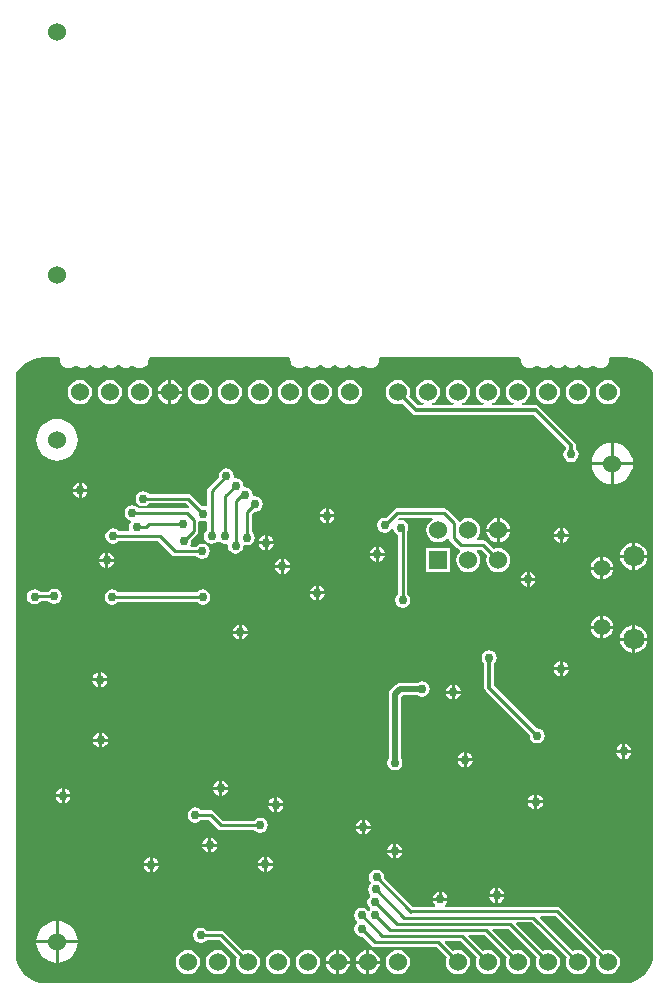
<source format=gbl>
G04*
G04 #@! TF.GenerationSoftware,Altium Limited,Altium Designer,18.1.7 (191)*
G04*
G04 Layer_Physical_Order=2*
G04 Layer_Color=16711680*
%FSLAX25Y25*%
%MOIN*%
G70*
G01*
G75*
%ADD14C,0.01000*%
%ADD77C,0.02000*%
%ADD81C,0.01200*%
%ADD85C,0.06000*%
%ADD86R,0.06000X0.06000*%
%ADD87C,0.05543*%
%ADD88C,0.07087*%
%ADD89C,0.03000*%
G36*
X207034Y210428D02*
X208529Y210027D01*
X209960Y209435D01*
X211300Y208661D01*
X212529Y207718D01*
X213623Y206623D01*
X214496Y205486D01*
Y11811D01*
Y11170D01*
X214329Y9900D01*
X213998Y8663D01*
X213507Y7480D01*
X212867Y6370D01*
X212087Y5354D01*
X211181Y4448D01*
X210165Y3669D01*
X209056Y3028D01*
X207872Y2538D01*
X206635Y2206D01*
X205365Y2039D01*
X11171D01*
X9900Y2206D01*
X8663Y2538D01*
X7480Y3028D01*
X6370Y3669D01*
X5354Y4448D01*
X4448Y5354D01*
X3669Y6370D01*
X3028Y7480D01*
X2538Y8663D01*
X2206Y9900D01*
X2039Y11171D01*
Y11811D01*
Y205486D01*
X2912Y206623D01*
X4007Y207718D01*
X5235Y208661D01*
X6576Y209435D01*
X8006Y210027D01*
X9502Y210428D01*
X11037Y210630D01*
X16327D01*
X16722Y210179D01*
X16691Y209941D01*
X16793Y209166D01*
X17092Y208444D01*
X17568Y207824D01*
X18188Y207348D01*
X18910Y207049D01*
X19685Y206947D01*
X20460Y207049D01*
X21182Y207348D01*
X21802Y207824D01*
X22523Y207777D01*
X22573Y207711D01*
X23111Y207298D01*
X23737Y207039D01*
X24409Y206950D01*
X25082Y207039D01*
X25708Y207298D01*
X26246Y207711D01*
X26401Y207913D01*
X27143D01*
X27297Y207711D01*
X27835Y207298D01*
X28462Y207039D01*
X29134Y206950D01*
X29806Y207039D01*
X30432Y207298D01*
X30970Y207711D01*
X31125Y207913D01*
X31867D01*
X32022Y207711D01*
X32560Y207298D01*
X33186Y207039D01*
X33858Y206950D01*
X34530Y207039D01*
X35157Y207298D01*
X35695Y207711D01*
X35850Y207913D01*
X36591D01*
X36746Y207711D01*
X37284Y207298D01*
X37911Y207039D01*
X38583Y206950D01*
X39255Y207039D01*
X39881Y207298D01*
X40419Y207711D01*
X40470Y207777D01*
X41190Y207824D01*
X41810Y207348D01*
X42532Y207049D01*
X43307Y206947D01*
X44082Y207049D01*
X44804Y207348D01*
X45424Y207824D01*
X45900Y208444D01*
X46199Y209166D01*
X46301Y209941D01*
X46270Y210179D01*
X46665Y210630D01*
X93098D01*
X93494Y210179D01*
X93463Y209941D01*
X93565Y209166D01*
X93864Y208444D01*
X94340Y207824D01*
X94960Y207348D01*
X95682Y207049D01*
X96457Y206947D01*
X97232Y207049D01*
X97954Y207348D01*
X98574Y207824D01*
X99294Y207777D01*
X99345Y207711D01*
X99883Y207298D01*
X100509Y207039D01*
X101181Y206950D01*
X101853Y207039D01*
X102480Y207298D01*
X103017Y207711D01*
X103173Y207913D01*
X103914D01*
X104069Y207711D01*
X104607Y207298D01*
X105233Y207039D01*
X105905Y206950D01*
X106578Y207039D01*
X107204Y207298D01*
X107742Y207711D01*
X107897Y207913D01*
X108639D01*
X108794Y207711D01*
X109331Y207298D01*
X109958Y207039D01*
X110630Y206950D01*
X111302Y207039D01*
X111928Y207298D01*
X112466Y207711D01*
X112621Y207913D01*
X113363D01*
X113518Y207711D01*
X114056Y207298D01*
X114682Y207039D01*
X115354Y206950D01*
X116026Y207039D01*
X116653Y207298D01*
X117191Y207711D01*
X117241Y207777D01*
X117962Y207824D01*
X118582Y207348D01*
X119304Y207049D01*
X120079Y206947D01*
X120854Y207049D01*
X121576Y207348D01*
X122196Y207824D01*
X122672Y208444D01*
X122971Y209166D01*
X123073Y209941D01*
X123042Y210179D01*
X123437Y210630D01*
X169870D01*
X170266Y210179D01*
X170234Y209941D01*
X170336Y209166D01*
X170635Y208444D01*
X171111Y207824D01*
X171731Y207348D01*
X172453Y207049D01*
X173228Y206947D01*
X174003Y207049D01*
X174725Y207348D01*
X175346Y207824D01*
X176066Y207777D01*
X176116Y207711D01*
X176654Y207298D01*
X177281Y207039D01*
X177953Y206950D01*
X178625Y207039D01*
X179251Y207298D01*
X179789Y207711D01*
X179944Y207913D01*
X180686D01*
X180841Y207711D01*
X181379Y207298D01*
X182005Y207039D01*
X182677Y206950D01*
X183349Y207039D01*
X183976Y207298D01*
X184514Y207711D01*
X184669Y207913D01*
X185410D01*
X185565Y207711D01*
X186103Y207298D01*
X186729Y207039D01*
X187402Y206950D01*
X188074Y207039D01*
X188700Y207298D01*
X189238Y207711D01*
X189393Y207913D01*
X190135D01*
X190290Y207711D01*
X190828Y207298D01*
X191454Y207039D01*
X192126Y206950D01*
X192798Y207039D01*
X193424Y207298D01*
X193962Y207711D01*
X194013Y207777D01*
X194733Y207824D01*
X195353Y207348D01*
X196075Y207049D01*
X196850Y206947D01*
X197625Y207049D01*
X198347Y207348D01*
X198968Y207824D01*
X199443Y208444D01*
X199742Y209166D01*
X199845Y209941D01*
X199813Y210179D01*
X200209Y210630D01*
X205499D01*
X207034Y210428D01*
D02*
G37*
%LPC*%
G36*
X53831Y202984D02*
Y199516D01*
X57299D01*
X57228Y200060D01*
X56825Y201033D01*
X56183Y201869D01*
X55348Y202510D01*
X54375Y202913D01*
X53831Y202984D01*
D02*
G37*
G36*
X52831D02*
X52286Y202913D01*
X51313Y202510D01*
X50478Y201869D01*
X49837Y201033D01*
X49434Y200060D01*
X49362Y199516D01*
X52831D01*
Y202984D01*
D02*
G37*
G36*
X57299Y198516D02*
X53831D01*
Y195047D01*
X54375Y195119D01*
X55348Y195522D01*
X56183Y196163D01*
X56825Y196999D01*
X57228Y197971D01*
X57299Y198516D01*
D02*
G37*
G36*
X52831D02*
X49362D01*
X49434Y197971D01*
X49837Y196999D01*
X50478Y196163D01*
X51313Y195522D01*
X52286Y195119D01*
X52831Y195047D01*
Y198516D01*
D02*
G37*
G36*
X199331Y203050D02*
X198286Y202913D01*
X197313Y202510D01*
X196478Y201869D01*
X195837Y201033D01*
X195434Y200060D01*
X195296Y199016D01*
X195434Y197971D01*
X195837Y196999D01*
X196478Y196163D01*
X197313Y195522D01*
X198286Y195119D01*
X199331Y194981D01*
X200375Y195119D01*
X201348Y195522D01*
X202184Y196163D01*
X202825Y196999D01*
X203228Y197971D01*
X203365Y199016D01*
X203228Y200060D01*
X202825Y201033D01*
X202184Y201869D01*
X201348Y202510D01*
X200375Y202913D01*
X199331Y203050D01*
D02*
G37*
G36*
X189331D02*
X188286Y202913D01*
X187313Y202510D01*
X186478Y201869D01*
X185837Y201033D01*
X185434Y200060D01*
X185296Y199016D01*
X185434Y197971D01*
X185837Y196999D01*
X186478Y196163D01*
X187313Y195522D01*
X188286Y195119D01*
X189331Y194981D01*
X190375Y195119D01*
X191348Y195522D01*
X192183Y196163D01*
X192825Y196999D01*
X193228Y197971D01*
X193365Y199016D01*
X193228Y200060D01*
X192825Y201033D01*
X192183Y201869D01*
X191348Y202510D01*
X190375Y202913D01*
X189331Y203050D01*
D02*
G37*
G36*
X179331D02*
X178287Y202913D01*
X177313Y202510D01*
X176478Y201869D01*
X175837Y201033D01*
X175434Y200060D01*
X175296Y199016D01*
X175434Y197971D01*
X175837Y196999D01*
X176478Y196163D01*
X177313Y195522D01*
X178287Y195119D01*
X179331Y194981D01*
X180375Y195119D01*
X181348Y195522D01*
X182184Y196163D01*
X182825Y196999D01*
X183228Y197971D01*
X183365Y199016D01*
X183228Y200060D01*
X182825Y201033D01*
X182184Y201869D01*
X181348Y202510D01*
X180375Y202913D01*
X179331Y203050D01*
D02*
G37*
G36*
X113331D02*
X112286Y202913D01*
X111313Y202510D01*
X110478Y201869D01*
X109837Y201033D01*
X109434Y200060D01*
X109296Y199016D01*
X109434Y197971D01*
X109837Y196999D01*
X110478Y196163D01*
X111313Y195522D01*
X112286Y195119D01*
X113331Y194981D01*
X114375Y195119D01*
X115348Y195522D01*
X116183Y196163D01*
X116825Y196999D01*
X117228Y197971D01*
X117365Y199016D01*
X117228Y200060D01*
X116825Y201033D01*
X116183Y201869D01*
X115348Y202510D01*
X114375Y202913D01*
X113331Y203050D01*
D02*
G37*
G36*
X103331D02*
X102287Y202913D01*
X101313Y202510D01*
X100478Y201869D01*
X99837Y201033D01*
X99434Y200060D01*
X99296Y199016D01*
X99434Y197971D01*
X99837Y196999D01*
X100478Y196163D01*
X101313Y195522D01*
X102287Y195119D01*
X103331Y194981D01*
X104375Y195119D01*
X105348Y195522D01*
X106184Y196163D01*
X106825Y196999D01*
X107228Y197971D01*
X107365Y199016D01*
X107228Y200060D01*
X106825Y201033D01*
X106184Y201869D01*
X105348Y202510D01*
X104375Y202913D01*
X103331Y203050D01*
D02*
G37*
G36*
X93331D02*
X92286Y202913D01*
X91313Y202510D01*
X90478Y201869D01*
X89837Y201033D01*
X89434Y200060D01*
X89296Y199016D01*
X89434Y197971D01*
X89837Y196999D01*
X90478Y196163D01*
X91313Y195522D01*
X92286Y195119D01*
X93331Y194981D01*
X94375Y195119D01*
X95348Y195522D01*
X96184Y196163D01*
X96825Y196999D01*
X97228Y197971D01*
X97365Y199016D01*
X97228Y200060D01*
X96825Y201033D01*
X96184Y201869D01*
X95348Y202510D01*
X94375Y202913D01*
X93331Y203050D01*
D02*
G37*
G36*
X83331D02*
X82287Y202913D01*
X81313Y202510D01*
X80478Y201869D01*
X79837Y201033D01*
X79434Y200060D01*
X79296Y199016D01*
X79434Y197971D01*
X79837Y196999D01*
X80478Y196163D01*
X81313Y195522D01*
X82287Y195119D01*
X83331Y194981D01*
X84375Y195119D01*
X85348Y195522D01*
X86184Y196163D01*
X86825Y196999D01*
X87228Y197971D01*
X87365Y199016D01*
X87228Y200060D01*
X86825Y201033D01*
X86184Y201869D01*
X85348Y202510D01*
X84375Y202913D01*
X83331Y203050D01*
D02*
G37*
G36*
X73331D02*
X72286Y202913D01*
X71313Y202510D01*
X70478Y201869D01*
X69837Y201033D01*
X69434Y200060D01*
X69296Y199016D01*
X69434Y197971D01*
X69837Y196999D01*
X70478Y196163D01*
X71313Y195522D01*
X72286Y195119D01*
X73331Y194981D01*
X74375Y195119D01*
X75348Y195522D01*
X76183Y196163D01*
X76825Y196999D01*
X77228Y197971D01*
X77365Y199016D01*
X77228Y200060D01*
X76825Y201033D01*
X76183Y201869D01*
X75348Y202510D01*
X74375Y202913D01*
X73331Y203050D01*
D02*
G37*
G36*
X63331D02*
X62287Y202913D01*
X61313Y202510D01*
X60478Y201869D01*
X59837Y201033D01*
X59434Y200060D01*
X59296Y199016D01*
X59434Y197971D01*
X59837Y196999D01*
X60478Y196163D01*
X61313Y195522D01*
X62287Y195119D01*
X63331Y194981D01*
X64375Y195119D01*
X65348Y195522D01*
X66184Y196163D01*
X66825Y196999D01*
X67228Y197971D01*
X67365Y199016D01*
X67228Y200060D01*
X66825Y201033D01*
X66184Y201869D01*
X65348Y202510D01*
X64375Y202913D01*
X63331Y203050D01*
D02*
G37*
G36*
X43331D02*
X42287Y202913D01*
X41313Y202510D01*
X40478Y201869D01*
X39837Y201033D01*
X39434Y200060D01*
X39296Y199016D01*
X39434Y197971D01*
X39837Y196999D01*
X40478Y196163D01*
X41313Y195522D01*
X42287Y195119D01*
X43331Y194981D01*
X44375Y195119D01*
X45348Y195522D01*
X46183Y196163D01*
X46825Y196999D01*
X47228Y197971D01*
X47365Y199016D01*
X47228Y200060D01*
X46825Y201033D01*
X46183Y201869D01*
X45348Y202510D01*
X44375Y202913D01*
X43331Y203050D01*
D02*
G37*
G36*
X33331D02*
X32287Y202913D01*
X31313Y202510D01*
X30478Y201869D01*
X29837Y201033D01*
X29434Y200060D01*
X29296Y199016D01*
X29434Y197971D01*
X29837Y196999D01*
X30478Y196163D01*
X31313Y195522D01*
X32287Y195119D01*
X33331Y194981D01*
X34375Y195119D01*
X35348Y195522D01*
X36184Y196163D01*
X36825Y196999D01*
X37228Y197971D01*
X37365Y199016D01*
X37228Y200060D01*
X36825Y201033D01*
X36184Y201869D01*
X35348Y202510D01*
X34375Y202913D01*
X33331Y203050D01*
D02*
G37*
G36*
X23331D02*
X22287Y202913D01*
X21313Y202510D01*
X20478Y201869D01*
X19837Y201033D01*
X19434Y200060D01*
X19296Y199016D01*
X19434Y197971D01*
X19837Y196999D01*
X20478Y196163D01*
X21313Y195522D01*
X22287Y195119D01*
X23331Y194981D01*
X24375Y195119D01*
X25348Y195522D01*
X26184Y196163D01*
X26825Y196999D01*
X27228Y197971D01*
X27365Y199016D01*
X27228Y200060D01*
X26825Y201033D01*
X26184Y201869D01*
X25348Y202510D01*
X24375Y202913D01*
X23331Y203050D01*
D02*
G37*
G36*
X169331D02*
X168287Y202913D01*
X167313Y202510D01*
X166478Y201869D01*
X165837Y201033D01*
X165434Y200060D01*
X165296Y199016D01*
X165434Y197971D01*
X165837Y196999D01*
X166478Y196163D01*
X167313Y195522D01*
X167976Y195247D01*
X167857Y194647D01*
X160804D01*
X160685Y195247D01*
X161348Y195522D01*
X162183Y196163D01*
X162825Y196999D01*
X163228Y197971D01*
X163365Y199016D01*
X163228Y200060D01*
X162825Y201033D01*
X162183Y201869D01*
X161348Y202510D01*
X160375Y202913D01*
X159331Y203050D01*
X158286Y202913D01*
X157313Y202510D01*
X156478Y201869D01*
X155837Y201033D01*
X155434Y200060D01*
X155296Y199016D01*
X155434Y197971D01*
X155837Y196999D01*
X156478Y196163D01*
X157313Y195522D01*
X157976Y195247D01*
X157857Y194647D01*
X150804D01*
X150685Y195247D01*
X151348Y195522D01*
X152183Y196163D01*
X152825Y196999D01*
X153228Y197971D01*
X153365Y199016D01*
X153228Y200060D01*
X152825Y201033D01*
X152183Y201869D01*
X151348Y202510D01*
X150375Y202913D01*
X149331Y203050D01*
X148286Y202913D01*
X147313Y202510D01*
X146478Y201869D01*
X145837Y201033D01*
X145434Y200060D01*
X145296Y199016D01*
X145434Y197971D01*
X145837Y196999D01*
X146478Y196163D01*
X147313Y195522D01*
X147977Y195247D01*
X147857Y194647D01*
X140804D01*
X140685Y195247D01*
X141348Y195522D01*
X142183Y196163D01*
X142825Y196999D01*
X143228Y197971D01*
X143365Y199016D01*
X143228Y200060D01*
X142825Y201033D01*
X142183Y201869D01*
X141348Y202510D01*
X140375Y202913D01*
X139331Y203050D01*
X138286Y202913D01*
X137313Y202510D01*
X136478Y201869D01*
X135837Y201033D01*
X135434Y200060D01*
X135296Y199016D01*
X135434Y197971D01*
X135837Y196999D01*
X136478Y196163D01*
X137313Y195522D01*
X137977Y195247D01*
X137857Y194647D01*
X136006D01*
X133068Y197586D01*
X133228Y197971D01*
X133365Y199016D01*
X133228Y200060D01*
X132825Y201033D01*
X132184Y201869D01*
X131348Y202510D01*
X130375Y202913D01*
X129331Y203050D01*
X128287Y202913D01*
X127313Y202510D01*
X126478Y201869D01*
X125837Y201033D01*
X125434Y200060D01*
X125296Y199016D01*
X125434Y197971D01*
X125837Y196999D01*
X126478Y196163D01*
X127313Y195522D01*
X128287Y195119D01*
X129331Y194981D01*
X130375Y195119D01*
X130761Y195279D01*
X134177Y191862D01*
X134706Y191509D01*
X135331Y191384D01*
X174655D01*
X185351Y180688D01*
X185314Y180075D01*
X185228Y180018D01*
X184676Y179191D01*
X184482Y178216D01*
X184676Y177240D01*
X185228Y176413D01*
X186055Y175861D01*
X187031Y175667D01*
X188006Y175861D01*
X188833Y176413D01*
X189386Y177240D01*
X189580Y178216D01*
X189386Y179191D01*
X188833Y180018D01*
X188662Y180132D01*
Y181316D01*
X188538Y181940D01*
X188184Y182469D01*
X176484Y194169D01*
X175955Y194523D01*
X175331Y194647D01*
X170804D01*
X170685Y195247D01*
X171348Y195522D01*
X172184Y196163D01*
X172825Y196999D01*
X173228Y197971D01*
X173365Y199016D01*
X173228Y200060D01*
X172825Y201033D01*
X172184Y201869D01*
X171348Y202510D01*
X170375Y202913D01*
X169331Y203050D01*
D02*
G37*
G36*
X15748Y190010D02*
X14394Y189876D01*
X13093Y189482D01*
X11893Y188840D01*
X10842Y187977D01*
X9979Y186926D01*
X9337Y185726D01*
X8942Y184425D01*
X8809Y183071D01*
X8942Y181717D01*
X9337Y180415D01*
X9979Y179216D01*
X10842Y178164D01*
X11893Y177301D01*
X13093Y176660D01*
X14394Y176265D01*
X15748Y176132D01*
X17102Y176265D01*
X18403Y176660D01*
X19603Y177301D01*
X20655Y178164D01*
X21518Y179216D01*
X22159Y180415D01*
X22554Y181717D01*
X22687Y183071D01*
X22554Y184425D01*
X22159Y185726D01*
X21518Y186926D01*
X20655Y187977D01*
X19603Y188840D01*
X18403Y189482D01*
X17102Y189876D01*
X15748Y190010D01*
D02*
G37*
G36*
X201287Y182087D02*
Y175697D01*
X207677D01*
X207593Y176551D01*
X207198Y177852D01*
X206557Y179052D01*
X205694Y180103D01*
X204643Y180966D01*
X203443Y181608D01*
X202141Y182002D01*
X201287Y182087D01*
D02*
G37*
G36*
X200287Y182087D02*
X199434Y182002D01*
X198132Y181608D01*
X196932Y180966D01*
X195881Y180103D01*
X195018Y179052D01*
X194377Y177852D01*
X193982Y176551D01*
X193898Y175697D01*
X200287D01*
Y182087D01*
D02*
G37*
G36*
Y174697D02*
X193898D01*
X193982Y173843D01*
X194377Y172541D01*
X195018Y171342D01*
X195881Y170290D01*
X196932Y169427D01*
X198132Y168786D01*
X199434Y168391D01*
X200287Y168307D01*
Y174697D01*
D02*
G37*
G36*
X207677D02*
X201287D01*
Y168307D01*
X202141Y168391D01*
X203443Y168786D01*
X204643Y169427D01*
X205694Y170290D01*
X206557Y171342D01*
X207198Y172541D01*
X207593Y173843D01*
X207677Y174697D01*
D02*
G37*
G36*
X23931Y168707D02*
Y166758D01*
X25880D01*
X25786Y167233D01*
X25233Y168060D01*
X24406Y168612D01*
X23931Y168707D01*
D02*
G37*
G36*
X22931D02*
X22455Y168612D01*
X21628Y168060D01*
X21076Y167233D01*
X20981Y166758D01*
X22931D01*
Y168707D01*
D02*
G37*
G36*
X25880Y165758D02*
X23931D01*
Y163808D01*
X24406Y163902D01*
X25233Y164455D01*
X25786Y165282D01*
X25880Y165758D01*
D02*
G37*
G36*
X22931D02*
X20981D01*
X21076Y165282D01*
X21628Y164455D01*
X22455Y163902D01*
X22931Y163808D01*
Y165758D01*
D02*
G37*
G36*
X72131Y173565D02*
X71155Y173371D01*
X70328Y172818D01*
X69776Y171991D01*
X69582Y171016D01*
X69646Y170694D01*
X66149Y167197D01*
X65818Y166701D01*
X65701Y166116D01*
Y161206D01*
X65101Y160892D01*
X64231Y161065D01*
X63909Y161001D01*
X60312Y164597D01*
X59816Y164929D01*
X59231Y165045D01*
X46516D01*
X46333Y165318D01*
X45506Y165871D01*
X44531Y166065D01*
X43555Y165871D01*
X42728Y165318D01*
X42176Y164491D01*
X41982Y163516D01*
X42176Y162540D01*
X42728Y161713D01*
X43555Y161161D01*
X44531Y160967D01*
X45506Y161161D01*
X46333Y161713D01*
X46516Y161986D01*
X58597D01*
X59883Y160701D01*
X59881Y160696D01*
X59529Y160206D01*
X59081Y160295D01*
X42816D01*
X42633Y160568D01*
X41806Y161121D01*
X40831Y161315D01*
X39855Y161121D01*
X39028Y160568D01*
X38476Y159741D01*
X38282Y158766D01*
X38476Y157790D01*
X39028Y156963D01*
X39855Y156411D01*
X40150Y156352D01*
X40253Y156156D01*
X40352Y155700D01*
X39878Y154991D01*
X39684Y154016D01*
X39857Y153145D01*
X39542Y152545D01*
X36415D01*
X36233Y152818D01*
X35406Y153371D01*
X34431Y153565D01*
X33455Y153371D01*
X32628Y152818D01*
X32076Y151991D01*
X31882Y151016D01*
X32076Y150040D01*
X32628Y149213D01*
X33455Y148661D01*
X34431Y148467D01*
X35406Y148661D01*
X36233Y149213D01*
X36415Y149486D01*
X49397D01*
X54049Y144834D01*
X54545Y144503D01*
X55131Y144386D01*
X62146D01*
X62328Y144113D01*
X63155Y143561D01*
X64131Y143367D01*
X65106Y143561D01*
X65933Y144113D01*
X66486Y144940D01*
X66680Y145916D01*
X66486Y146891D01*
X65933Y147718D01*
X65106Y148271D01*
X64131Y148465D01*
X63155Y148271D01*
X62328Y147718D01*
X62146Y147445D01*
X60426D01*
X60106Y148045D01*
X60336Y148390D01*
X60530Y149365D01*
X60466Y149687D01*
X62412Y151634D01*
X62744Y152130D01*
X62860Y152715D01*
Y155758D01*
X63460Y156120D01*
X64231Y155967D01*
X65101Y156140D01*
X65701Y155825D01*
Y152901D01*
X65428Y152718D01*
X64876Y151891D01*
X64682Y150916D01*
X64876Y149940D01*
X65428Y149113D01*
X66255Y148561D01*
X67231Y148367D01*
X68206Y148561D01*
X69033Y149113D01*
X69231Y149409D01*
X69831D01*
X70028Y149113D01*
X70855Y148561D01*
X71831Y148367D01*
X72215Y148443D01*
X72725Y147933D01*
X72682Y147716D01*
X72876Y146740D01*
X73428Y145913D01*
X74255Y145361D01*
X75231Y145167D01*
X76206Y145361D01*
X77033Y145913D01*
X77586Y146740D01*
X77780Y147716D01*
X77773Y147749D01*
X78309Y148130D01*
X79131Y147967D01*
X80106Y148161D01*
X80933Y148713D01*
X81486Y149540D01*
X81680Y150516D01*
X81486Y151491D01*
X80933Y152318D01*
X80660Y152501D01*
Y158382D01*
X81459Y159181D01*
X81781Y159117D01*
X82756Y159311D01*
X83583Y159863D01*
X84136Y160690D01*
X84330Y161666D01*
X84136Y162641D01*
X83583Y163468D01*
X82756Y164021D01*
X81781Y164215D01*
X81372Y164134D01*
X80948Y164558D01*
X80980Y164716D01*
X80786Y165691D01*
X80233Y166518D01*
X79406Y167071D01*
X78431Y167265D01*
X78272Y167233D01*
X77848Y167657D01*
X77880Y167816D01*
X77686Y168791D01*
X77133Y169618D01*
X76306Y170171D01*
X75331Y170365D01*
X75048Y170308D01*
X74623Y170733D01*
X74680Y171016D01*
X74486Y171991D01*
X73933Y172818D01*
X73106Y173371D01*
X72131Y173565D01*
D02*
G37*
G36*
X106231Y160265D02*
Y158316D01*
X108180D01*
X108086Y158791D01*
X107533Y159618D01*
X106706Y160171D01*
X106231Y160265D01*
D02*
G37*
G36*
X105231D02*
X104755Y160171D01*
X103928Y159618D01*
X103376Y158791D01*
X103281Y158316D01*
X105231D01*
Y160265D01*
D02*
G37*
G36*
X108180Y157316D02*
X106231D01*
Y155366D01*
X106706Y155461D01*
X107533Y156013D01*
X108086Y156840D01*
X108180Y157316D01*
D02*
G37*
G36*
X105231D02*
X103281D01*
X103376Y156840D01*
X103928Y156013D01*
X104755Y155461D01*
X105231Y155366D01*
Y157316D01*
D02*
G37*
G36*
X163331Y156984D02*
Y153516D01*
X166799D01*
X166728Y154060D01*
X166325Y155033D01*
X165683Y155869D01*
X164848Y156510D01*
X163875Y156913D01*
X163331Y156984D01*
D02*
G37*
G36*
X162331Y156984D02*
X161786Y156913D01*
X160813Y156510D01*
X159978Y155869D01*
X159337Y155033D01*
X158934Y154060D01*
X158862Y153516D01*
X162331D01*
Y156984D01*
D02*
G37*
G36*
X184331Y153705D02*
Y151756D01*
X186280D01*
X186186Y152231D01*
X185633Y153058D01*
X184806Y153611D01*
X184331Y153705D01*
D02*
G37*
G36*
X183331D02*
X182855Y153611D01*
X182028Y153058D01*
X181476Y152231D01*
X181381Y151756D01*
X183331D01*
Y153705D01*
D02*
G37*
G36*
X86031Y151265D02*
Y149316D01*
X87980D01*
X87886Y149791D01*
X87333Y150618D01*
X86506Y151171D01*
X86031Y151265D01*
D02*
G37*
G36*
X85031D02*
X84555Y151171D01*
X83728Y150618D01*
X83176Y149791D01*
X83081Y149316D01*
X85031D01*
Y151265D01*
D02*
G37*
G36*
X166799Y152516D02*
X163331D01*
Y149047D01*
X163875Y149119D01*
X164848Y149522D01*
X165683Y150163D01*
X166325Y150998D01*
X166728Y151971D01*
X166799Y152516D01*
D02*
G37*
G36*
X162331D02*
X158862D01*
X158934Y151971D01*
X159337Y150998D01*
X159978Y150163D01*
X160813Y149522D01*
X161786Y149119D01*
X162331Y149047D01*
Y152516D01*
D02*
G37*
G36*
X186280Y150756D02*
X184331D01*
Y148806D01*
X184806Y148901D01*
X185633Y149453D01*
X186186Y150280D01*
X186280Y150756D01*
D02*
G37*
G36*
X183331D02*
X181381D01*
X181476Y150280D01*
X182028Y149453D01*
X182855Y148901D01*
X183331Y148806D01*
Y150756D01*
D02*
G37*
G36*
X87980Y148316D02*
X86031D01*
Y146366D01*
X86506Y146461D01*
X87333Y147013D01*
X87886Y147840D01*
X87980Y148316D01*
D02*
G37*
G36*
X85031D02*
X83081D01*
X83176Y147840D01*
X83728Y147013D01*
X84555Y146461D01*
X85031Y146366D01*
Y148316D01*
D02*
G37*
G36*
X123031Y147365D02*
Y145416D01*
X124980D01*
X124886Y145891D01*
X124333Y146718D01*
X123506Y147271D01*
X123031Y147365D01*
D02*
G37*
G36*
X122031D02*
X121555Y147271D01*
X120728Y146718D01*
X120176Y145891D01*
X120081Y145416D01*
X122031D01*
Y147365D01*
D02*
G37*
G36*
X208431Y148771D02*
Y144754D01*
X212447D01*
X212357Y145440D01*
X211899Y146546D01*
X211171Y147495D01*
X210222Y148223D01*
X209117Y148681D01*
X208431Y148771D01*
D02*
G37*
G36*
X207431D02*
X206745Y148681D01*
X205639Y148223D01*
X204690Y147495D01*
X203962Y146546D01*
X203504Y145440D01*
X203414Y144754D01*
X207431D01*
Y148771D01*
D02*
G37*
G36*
X32789Y145423D02*
Y143474D01*
X34738D01*
X34644Y143949D01*
X34091Y144776D01*
X33264Y145329D01*
X32789Y145423D01*
D02*
G37*
G36*
X31789D02*
X31313Y145329D01*
X30487Y144776D01*
X29934Y143949D01*
X29839Y143474D01*
X31789D01*
Y145423D01*
D02*
G37*
G36*
X124980Y144416D02*
X123031D01*
Y142466D01*
X123506Y142561D01*
X124333Y143113D01*
X124886Y143940D01*
X124980Y144416D01*
D02*
G37*
G36*
X122031D02*
X120081D01*
X120176Y143940D01*
X120728Y143113D01*
X121555Y142561D01*
X122031Y142466D01*
Y144416D01*
D02*
G37*
G36*
X91376Y143341D02*
Y141391D01*
X93325D01*
X93231Y141867D01*
X92678Y142694D01*
X91851Y143246D01*
X91376Y143341D01*
D02*
G37*
G36*
X90376D02*
X89900Y143246D01*
X89073Y142694D01*
X88521Y141867D01*
X88426Y141391D01*
X90376D01*
Y143341D01*
D02*
G37*
G36*
X197801Y144056D02*
Y140817D01*
X201039D01*
X200975Y141302D01*
X200595Y142219D01*
X199991Y143007D01*
X199203Y143612D01*
X198285Y143992D01*
X197801Y144056D01*
D02*
G37*
G36*
X196801Y144056D02*
X196316Y143992D01*
X195399Y143612D01*
X194611Y143007D01*
X194006Y142219D01*
X193626Y141302D01*
X193562Y140817D01*
X196801D01*
Y144056D01*
D02*
G37*
G36*
X34738Y142474D02*
X32789D01*
Y140524D01*
X33264Y140619D01*
X34091Y141172D01*
X34644Y141999D01*
X34738Y142474D01*
D02*
G37*
G36*
X31789D02*
X29839D01*
X29934Y141999D01*
X30487Y141172D01*
X31313Y140619D01*
X31789Y140524D01*
Y142474D01*
D02*
G37*
G36*
X212447Y143754D02*
X208431D01*
Y139738D01*
X209117Y139828D01*
X210222Y140286D01*
X211171Y141014D01*
X211899Y141963D01*
X212357Y143068D01*
X212447Y143754D01*
D02*
G37*
G36*
X207431D02*
X203414D01*
X203504Y143068D01*
X203962Y141963D01*
X204690Y141014D01*
X205639Y140286D01*
X206745Y139828D01*
X207431Y139738D01*
Y143754D01*
D02*
G37*
G36*
X146831Y147016D02*
X138831D01*
Y139016D01*
X146831D01*
Y147016D01*
D02*
G37*
G36*
X144731Y160245D02*
X129031D01*
X128445Y160129D01*
X127949Y159797D01*
X125253Y157101D01*
X124931Y157165D01*
X123955Y156971D01*
X123128Y156418D01*
X122576Y155591D01*
X122382Y154616D01*
X122576Y153640D01*
X123128Y152813D01*
X123955Y152261D01*
X124931Y152067D01*
X125906Y152261D01*
X126733Y152813D01*
X127232Y153560D01*
X127556Y153572D01*
X127857Y153497D01*
X127976Y152898D01*
X128528Y152071D01*
X129355Y151518D01*
X129401Y151509D01*
Y131601D01*
X129128Y131418D01*
X128576Y130591D01*
X128382Y129616D01*
X128576Y128640D01*
X129128Y127813D01*
X129955Y127261D01*
X130931Y127067D01*
X131906Y127261D01*
X132733Y127813D01*
X133286Y128640D01*
X133480Y129616D01*
X133286Y130591D01*
X132733Y131418D01*
X132460Y131601D01*
Y152560D01*
X132686Y152898D01*
X132880Y153873D01*
X132686Y154849D01*
X132133Y155675D01*
X131306Y156228D01*
X130331Y156422D01*
X129817Y156320D01*
X129501Y156869D01*
X129748Y157186D01*
X140879D01*
X140998Y156586D01*
X140813Y156510D01*
X139978Y155869D01*
X139337Y155033D01*
X138934Y154060D01*
X138796Y153016D01*
X138934Y151971D01*
X139337Y150998D01*
X139978Y150163D01*
X140813Y149522D01*
X141787Y149119D01*
X142831Y148981D01*
X143875Y149119D01*
X144848Y149522D01*
X145684Y150163D01*
X145801Y150316D01*
X146010Y150316D01*
X146433Y150154D01*
X146518Y149731D01*
X146849Y149234D01*
X149149Y146934D01*
X149645Y146603D01*
X149887Y146555D01*
X150036Y145913D01*
X149978Y145869D01*
X149337Y145033D01*
X148934Y144060D01*
X148796Y143016D01*
X148934Y141972D01*
X149337Y140998D01*
X149978Y140163D01*
X150813Y139522D01*
X151786Y139119D01*
X152831Y138981D01*
X153875Y139119D01*
X154848Y139522D01*
X155684Y140163D01*
X156325Y140998D01*
X156728Y141972D01*
X156865Y143016D01*
X156728Y144060D01*
X156325Y145033D01*
X155684Y145869D01*
X155619Y145918D01*
X155812Y146486D01*
X157197D01*
X159136Y144548D01*
X158934Y144060D01*
X158796Y143016D01*
X158934Y141972D01*
X159337Y140998D01*
X159978Y140163D01*
X160813Y139522D01*
X161786Y139119D01*
X162831Y138981D01*
X163875Y139119D01*
X164848Y139522D01*
X165683Y140163D01*
X166325Y140998D01*
X166728Y141972D01*
X166865Y143016D01*
X166728Y144060D01*
X166325Y145033D01*
X165683Y145869D01*
X164848Y146510D01*
X163875Y146913D01*
X162831Y147050D01*
X161786Y146913D01*
X161299Y146711D01*
X158912Y149097D01*
X158416Y149429D01*
X157831Y149545D01*
X155812D01*
X155619Y150113D01*
X155684Y150163D01*
X156325Y150998D01*
X156728Y151971D01*
X156865Y153016D01*
X156728Y154060D01*
X156325Y155033D01*
X155684Y155869D01*
X154848Y156510D01*
X153875Y156913D01*
X152831Y157050D01*
X151786Y156913D01*
X150813Y156510D01*
X149978Y155869D01*
X149355Y156043D01*
X149344Y156101D01*
X149012Y156597D01*
X145812Y159797D01*
X145316Y160129D01*
X144731Y160245D01*
D02*
G37*
G36*
X93325Y140391D02*
X91376D01*
Y138442D01*
X91851Y138536D01*
X92678Y139089D01*
X93231Y139916D01*
X93325Y140391D01*
D02*
G37*
G36*
X90376D02*
X88426D01*
X88521Y139916D01*
X89073Y139089D01*
X89900Y138536D01*
X90376Y138442D01*
Y140391D01*
D02*
G37*
G36*
X173231Y139065D02*
Y137116D01*
X175180D01*
X175086Y137591D01*
X174533Y138418D01*
X173706Y138971D01*
X173231Y139065D01*
D02*
G37*
G36*
X172231D02*
X171755Y138971D01*
X170928Y138418D01*
X170376Y137591D01*
X170281Y137116D01*
X172231D01*
Y139065D01*
D02*
G37*
G36*
X196801Y139817D02*
X193562D01*
X193626Y139333D01*
X194006Y138415D01*
X194611Y137627D01*
X195399Y137023D01*
X196316Y136643D01*
X196801Y136579D01*
Y139817D01*
D02*
G37*
G36*
X201039D02*
X197801D01*
Y136579D01*
X198285Y136643D01*
X199203Y137023D01*
X199991Y137627D01*
X200595Y138415D01*
X200975Y139333D01*
X201039Y139817D01*
D02*
G37*
G36*
X175180Y136116D02*
X173231D01*
Y134166D01*
X173706Y134261D01*
X174533Y134813D01*
X175086Y135640D01*
X175180Y136116D01*
D02*
G37*
G36*
X172231D02*
X170281D01*
X170376Y135640D01*
X170928Y134813D01*
X171755Y134261D01*
X172231Y134166D01*
Y136116D01*
D02*
G37*
G36*
X103004Y134513D02*
Y132563D01*
X104953D01*
X104859Y133039D01*
X104306Y133866D01*
X103479Y134418D01*
X103004Y134513D01*
D02*
G37*
G36*
X102004D02*
X101528Y134418D01*
X100701Y133866D01*
X100149Y133039D01*
X100054Y132563D01*
X102004D01*
Y134513D01*
D02*
G37*
G36*
X14831Y133465D02*
X13855Y133271D01*
X13028Y132718D01*
X12846Y132445D01*
X10149D01*
X10033Y132618D01*
X9206Y133171D01*
X8231Y133365D01*
X7255Y133171D01*
X6428Y132618D01*
X5876Y131791D01*
X5682Y130816D01*
X5876Y129840D01*
X6428Y129013D01*
X7255Y128461D01*
X8231Y128267D01*
X9206Y128461D01*
X10033Y129013D01*
X10282Y129386D01*
X12846D01*
X13028Y129113D01*
X13855Y128561D01*
X14831Y128367D01*
X15806Y128561D01*
X16633Y129113D01*
X17186Y129940D01*
X17380Y130916D01*
X17186Y131891D01*
X16633Y132718D01*
X15806Y133271D01*
X14831Y133465D01*
D02*
G37*
G36*
X64331Y133265D02*
X63355Y133071D01*
X62528Y132518D01*
X62346Y132245D01*
X36116D01*
X35933Y132518D01*
X35106Y133071D01*
X34131Y133265D01*
X33155Y133071D01*
X32328Y132518D01*
X31776Y131691D01*
X31582Y130716D01*
X31776Y129740D01*
X32328Y128913D01*
X33155Y128361D01*
X34131Y128167D01*
X35106Y128361D01*
X35933Y128913D01*
X36116Y129186D01*
X62346D01*
X62528Y128913D01*
X63355Y128361D01*
X64331Y128167D01*
X65306Y128361D01*
X66133Y128913D01*
X66686Y129740D01*
X66880Y130716D01*
X66686Y131691D01*
X66133Y132518D01*
X65306Y133071D01*
X64331Y133265D01*
D02*
G37*
G36*
X104953Y131563D02*
X103004D01*
Y129614D01*
X103479Y129708D01*
X104306Y130261D01*
X104859Y131088D01*
X104953Y131563D01*
D02*
G37*
G36*
X102004D02*
X100054D01*
X100149Y131088D01*
X100701Y130261D01*
X101528Y129708D01*
X102004Y129614D01*
Y131563D01*
D02*
G37*
G36*
X197801Y124371D02*
Y121132D01*
X201039D01*
X200975Y121617D01*
X200595Y122534D01*
X199991Y123322D01*
X199203Y123927D01*
X198285Y124307D01*
X197801Y124371D01*
D02*
G37*
G36*
X196801Y124371D02*
X196316Y124307D01*
X195399Y123927D01*
X194611Y123322D01*
X194006Y122534D01*
X193626Y121617D01*
X193562Y121132D01*
X196801D01*
Y124371D01*
D02*
G37*
G36*
X77331Y121465D02*
Y119516D01*
X79280D01*
X79186Y119991D01*
X78633Y120818D01*
X77806Y121371D01*
X77331Y121465D01*
D02*
G37*
G36*
X76331D02*
X75855Y121371D01*
X75028Y120818D01*
X74476Y119991D01*
X74381Y119516D01*
X76331D01*
Y121465D01*
D02*
G37*
G36*
X208431Y121212D02*
Y117195D01*
X212447D01*
X212357Y117881D01*
X211899Y118986D01*
X211171Y119936D01*
X210222Y120664D01*
X209117Y121122D01*
X208431Y121212D01*
D02*
G37*
G36*
X207431D02*
X206745Y121122D01*
X205639Y120664D01*
X204690Y119936D01*
X203962Y118986D01*
X203504Y117881D01*
X203414Y117195D01*
X207431D01*
Y121212D01*
D02*
G37*
G36*
X196801Y120132D02*
X193562D01*
X193626Y119648D01*
X194006Y118730D01*
X194611Y117942D01*
X195399Y117338D01*
X196316Y116958D01*
X196801Y116894D01*
Y120132D01*
D02*
G37*
G36*
X201039D02*
X197801D01*
Y116894D01*
X198285Y116958D01*
X199203Y117338D01*
X199991Y117942D01*
X200595Y118730D01*
X200975Y119648D01*
X201039Y120132D01*
D02*
G37*
G36*
X79280Y118516D02*
X77331D01*
Y116566D01*
X77806Y116661D01*
X78633Y117213D01*
X79186Y118040D01*
X79280Y118516D01*
D02*
G37*
G36*
X76331D02*
X74381D01*
X74476Y118040D01*
X75028Y117213D01*
X75855Y116661D01*
X76331Y116566D01*
Y118516D01*
D02*
G37*
G36*
X212447Y116195D02*
X208431D01*
Y112179D01*
X209117Y112269D01*
X210222Y112727D01*
X211171Y113455D01*
X211899Y114404D01*
X212357Y115509D01*
X212447Y116195D01*
D02*
G37*
G36*
X207431D02*
X203414D01*
X203504Y115509D01*
X203962Y114404D01*
X204690Y113455D01*
X205639Y112727D01*
X206745Y112269D01*
X207431Y112179D01*
Y116195D01*
D02*
G37*
G36*
X184331Y109225D02*
Y107276D01*
X186280D01*
X186186Y107751D01*
X185633Y108578D01*
X184806Y109131D01*
X184331Y109225D01*
D02*
G37*
G36*
X183331D02*
X182855Y109131D01*
X182028Y108578D01*
X181476Y107751D01*
X181381Y107276D01*
X183331D01*
Y109225D01*
D02*
G37*
G36*
X186280Y106276D02*
X184331D01*
Y104326D01*
X184806Y104421D01*
X185633Y104973D01*
X186186Y105800D01*
X186280Y106276D01*
D02*
G37*
G36*
X183331D02*
X181381D01*
X181476Y105800D01*
X182028Y104973D01*
X182855Y104421D01*
X183331Y104326D01*
Y106276D01*
D02*
G37*
G36*
X30431Y105565D02*
Y103616D01*
X32380D01*
X32286Y104091D01*
X31733Y104918D01*
X30906Y105471D01*
X30431Y105565D01*
D02*
G37*
G36*
X29431D02*
X28955Y105471D01*
X28128Y104918D01*
X27576Y104091D01*
X27481Y103616D01*
X29431D01*
Y105565D01*
D02*
G37*
G36*
X32380Y102616D02*
X30431D01*
Y100666D01*
X30906Y100761D01*
X31733Y101313D01*
X32286Y102140D01*
X32380Y102616D01*
D02*
G37*
G36*
X29431D02*
X27481D01*
X27576Y102140D01*
X28128Y101313D01*
X28955Y100761D01*
X29431Y100666D01*
Y102616D01*
D02*
G37*
G36*
X148331Y101465D02*
Y99516D01*
X150280D01*
X150186Y99991D01*
X149633Y100818D01*
X148806Y101371D01*
X148331Y101465D01*
D02*
G37*
G36*
X147331D02*
X146855Y101371D01*
X146028Y100818D01*
X145476Y99991D01*
X145381Y99516D01*
X147331D01*
Y101465D01*
D02*
G37*
G36*
X137531Y102565D02*
X136555Y102371D01*
X136083Y102055D01*
X130131D01*
X129350Y101900D01*
X128689Y101458D01*
X128689Y101458D01*
X126889Y99658D01*
X126447Y98996D01*
X126292Y98216D01*
Y76964D01*
X125976Y76491D01*
X125782Y75516D01*
X125976Y74540D01*
X126528Y73713D01*
X127355Y73161D01*
X128331Y72967D01*
X129306Y73161D01*
X130133Y73713D01*
X130686Y74540D01*
X130880Y75516D01*
X130686Y76491D01*
X130370Y76964D01*
Y97371D01*
X130975Y97977D01*
X136083D01*
X136555Y97661D01*
X137531Y97467D01*
X138506Y97661D01*
X139333Y98213D01*
X139886Y99040D01*
X140080Y100016D01*
X139886Y100991D01*
X139333Y101818D01*
X138506Y102371D01*
X137531Y102565D01*
D02*
G37*
G36*
X150280Y98516D02*
X148331D01*
Y96566D01*
X148806Y96661D01*
X149633Y97213D01*
X150186Y98040D01*
X150280Y98516D01*
D02*
G37*
G36*
X147331D02*
X145381D01*
X145476Y98040D01*
X146028Y97213D01*
X146855Y96661D01*
X147331Y96566D01*
Y98516D01*
D02*
G37*
G36*
X30731Y85465D02*
Y83516D01*
X32680D01*
X32586Y83991D01*
X32033Y84818D01*
X31206Y85371D01*
X30731Y85465D01*
D02*
G37*
G36*
X29731D02*
X29255Y85371D01*
X28428Y84818D01*
X27876Y83991D01*
X27781Y83516D01*
X29731D01*
Y85465D01*
D02*
G37*
G36*
X159831Y113065D02*
X158855Y112871D01*
X158028Y112318D01*
X157476Y111491D01*
X157282Y110516D01*
X157476Y109540D01*
X158028Y108713D01*
X158199Y108599D01*
Y100516D01*
X158324Y99892D01*
X158677Y99362D01*
X173322Y84718D01*
X173282Y84516D01*
X173476Y83540D01*
X174028Y82713D01*
X174855Y82161D01*
X175831Y81967D01*
X176806Y82161D01*
X177633Y82713D01*
X178186Y83540D01*
X178380Y84516D01*
X178186Y85491D01*
X177633Y86318D01*
X176806Y86871D01*
X175831Y87065D01*
X175629Y87025D01*
X161462Y101191D01*
Y108599D01*
X161633Y108713D01*
X162186Y109540D01*
X162380Y110516D01*
X162186Y111491D01*
X161633Y112318D01*
X160806Y112871D01*
X159831Y113065D01*
D02*
G37*
G36*
X32680Y82516D02*
X30731D01*
Y80566D01*
X31206Y80661D01*
X32033Y81213D01*
X32586Y82040D01*
X32680Y82516D01*
D02*
G37*
G36*
X29731D02*
X27781D01*
X27876Y82040D01*
X28428Y81213D01*
X29255Y80661D01*
X29731Y80566D01*
Y82516D01*
D02*
G37*
G36*
X205131Y81665D02*
Y79716D01*
X207080D01*
X206986Y80191D01*
X206433Y81018D01*
X205606Y81571D01*
X205131Y81665D01*
D02*
G37*
G36*
X204131D02*
X203655Y81571D01*
X202828Y81018D01*
X202276Y80191D01*
X202181Y79716D01*
X204131D01*
Y81665D01*
D02*
G37*
G36*
X152331Y78965D02*
Y77016D01*
X154280D01*
X154186Y77491D01*
X153633Y78318D01*
X152806Y78871D01*
X152331Y78965D01*
D02*
G37*
G36*
X151331D02*
X150855Y78871D01*
X150028Y78318D01*
X149476Y77491D01*
X149381Y77016D01*
X151331D01*
Y78965D01*
D02*
G37*
G36*
X207080Y78716D02*
X205131D01*
Y76766D01*
X205606Y76861D01*
X206433Y77413D01*
X206986Y78240D01*
X207080Y78716D01*
D02*
G37*
G36*
X204131D02*
X202181D01*
X202276Y78240D01*
X202828Y77413D01*
X203655Y76861D01*
X204131Y76766D01*
Y78716D01*
D02*
G37*
G36*
X154280Y76016D02*
X152331D01*
Y74066D01*
X152806Y74161D01*
X153633Y74713D01*
X154186Y75540D01*
X154280Y76016D01*
D02*
G37*
G36*
X151331D02*
X149381D01*
X149476Y75540D01*
X150028Y74713D01*
X150855Y74161D01*
X151331Y74066D01*
Y76016D01*
D02*
G37*
G36*
X70831Y69353D02*
Y67403D01*
X72780D01*
X72686Y67879D01*
X72133Y68706D01*
X71306Y69258D01*
X70831Y69353D01*
D02*
G37*
G36*
X69831D02*
X69355Y69258D01*
X68528Y68706D01*
X67976Y67879D01*
X67881Y67403D01*
X69831D01*
Y69353D01*
D02*
G37*
G36*
X18264Y66898D02*
Y64949D01*
X20213D01*
X20119Y65424D01*
X19566Y66251D01*
X18739Y66804D01*
X18264Y66898D01*
D02*
G37*
G36*
X17264D02*
X16788Y66804D01*
X15961Y66251D01*
X15409Y65424D01*
X15314Y64949D01*
X17264D01*
Y66898D01*
D02*
G37*
G36*
X72780Y66403D02*
X70831D01*
Y64454D01*
X71306Y64548D01*
X72133Y65101D01*
X72686Y65928D01*
X72780Y66403D01*
D02*
G37*
G36*
X69831D02*
X67881D01*
X67976Y65928D01*
X68528Y65101D01*
X69355Y64548D01*
X69831Y64454D01*
Y66403D01*
D02*
G37*
G36*
X175731Y64965D02*
Y63016D01*
X177680D01*
X177586Y63491D01*
X177033Y64318D01*
X176206Y64871D01*
X175731Y64965D01*
D02*
G37*
G36*
X174731D02*
X174255Y64871D01*
X173428Y64318D01*
X172876Y63491D01*
X172781Y63016D01*
X174731D01*
Y64965D01*
D02*
G37*
G36*
X89131Y63965D02*
Y62016D01*
X91080D01*
X90986Y62491D01*
X90433Y63318D01*
X89606Y63871D01*
X89131Y63965D01*
D02*
G37*
G36*
X88131D02*
X87655Y63871D01*
X86828Y63318D01*
X86276Y62491D01*
X86181Y62016D01*
X88131D01*
Y63965D01*
D02*
G37*
G36*
X20213Y63949D02*
X18264D01*
Y61999D01*
X18739Y62094D01*
X19566Y62646D01*
X20119Y63473D01*
X20213Y63949D01*
D02*
G37*
G36*
X17264D02*
X15314D01*
X15409Y63473D01*
X15961Y62646D01*
X16788Y62094D01*
X17264Y61999D01*
Y63949D01*
D02*
G37*
G36*
X177680Y62016D02*
X175731D01*
Y60066D01*
X176206Y60161D01*
X177033Y60713D01*
X177586Y61540D01*
X177680Y62016D01*
D02*
G37*
G36*
X174731D02*
X172781D01*
X172876Y61540D01*
X173428Y60713D01*
X174255Y60161D01*
X174731Y60066D01*
Y62016D01*
D02*
G37*
G36*
X91080Y61016D02*
X89131D01*
Y59066D01*
X89606Y59161D01*
X90433Y59713D01*
X90986Y60540D01*
X91080Y61016D01*
D02*
G37*
G36*
X88131D02*
X86181D01*
X86276Y60540D01*
X86828Y59713D01*
X87655Y59161D01*
X88131Y59066D01*
Y61016D01*
D02*
G37*
G36*
X118331Y56465D02*
Y54516D01*
X120280D01*
X120186Y54991D01*
X119633Y55818D01*
X118806Y56371D01*
X118331Y56465D01*
D02*
G37*
G36*
X117331D02*
X116855Y56371D01*
X116028Y55818D01*
X115476Y54991D01*
X115381Y54516D01*
X117331D01*
Y56465D01*
D02*
G37*
G36*
X61831Y60565D02*
X60855Y60371D01*
X60028Y59818D01*
X59476Y58991D01*
X59282Y58016D01*
X59476Y57040D01*
X60028Y56213D01*
X60855Y55661D01*
X61831Y55467D01*
X62806Y55661D01*
X63633Y56213D01*
X63815Y56486D01*
X66397D01*
X69349Y53534D01*
X69845Y53203D01*
X70431Y53086D01*
X81446D01*
X81628Y52813D01*
X82455Y52261D01*
X83431Y52067D01*
X84406Y52261D01*
X85233Y52813D01*
X85786Y53640D01*
X85980Y54616D01*
X85786Y55591D01*
X85233Y56418D01*
X84406Y56971D01*
X83431Y57165D01*
X82455Y56971D01*
X81628Y56418D01*
X81446Y56145D01*
X71064D01*
X68112Y59097D01*
X67616Y59429D01*
X67031Y59545D01*
X63815D01*
X63633Y59818D01*
X62806Y60371D01*
X61831Y60565D01*
D02*
G37*
G36*
X120280Y53516D02*
X118331D01*
Y51566D01*
X118806Y51661D01*
X119633Y52213D01*
X120186Y53040D01*
X120280Y53516D01*
D02*
G37*
G36*
X117331D02*
X115381D01*
X115476Y53040D01*
X116028Y52213D01*
X116855Y51661D01*
X117331Y51566D01*
Y53516D01*
D02*
G37*
G36*
X67131Y50460D02*
Y48510D01*
X69080D01*
X68986Y48986D01*
X68433Y49813D01*
X67606Y50365D01*
X67131Y50460D01*
D02*
G37*
G36*
X66131D02*
X65655Y50365D01*
X64828Y49813D01*
X64276Y48986D01*
X64181Y48510D01*
X66131D01*
Y50460D01*
D02*
G37*
G36*
X128831Y48465D02*
Y46516D01*
X130780D01*
X130686Y46991D01*
X130133Y47818D01*
X129306Y48371D01*
X128831Y48465D01*
D02*
G37*
G36*
X127831D02*
X127355Y48371D01*
X126528Y47818D01*
X125976Y46991D01*
X125881Y46516D01*
X127831D01*
Y48465D01*
D02*
G37*
G36*
X69080Y47510D02*
X67131D01*
Y45561D01*
X67606Y45655D01*
X68433Y46208D01*
X68986Y47035D01*
X69080Y47510D01*
D02*
G37*
G36*
X66131D02*
X64181D01*
X64276Y47035D01*
X64828Y46208D01*
X65655Y45655D01*
X66131Y45561D01*
Y47510D01*
D02*
G37*
G36*
X130780Y45516D02*
X128831D01*
Y43566D01*
X129306Y43661D01*
X130133Y44213D01*
X130686Y45040D01*
X130780Y45516D01*
D02*
G37*
G36*
X127831D02*
X125881D01*
X125976Y45040D01*
X126528Y44213D01*
X127355Y43661D01*
X127831Y43566D01*
Y45516D01*
D02*
G37*
G36*
X85718Y44083D02*
Y42134D01*
X87668D01*
X87573Y42609D01*
X87020Y43436D01*
X86194Y43989D01*
X85718Y44083D01*
D02*
G37*
G36*
X84718D02*
X84243Y43989D01*
X83416Y43436D01*
X82863Y42609D01*
X82769Y42134D01*
X84718D01*
Y44083D01*
D02*
G37*
G36*
X47646Y43887D02*
Y41937D01*
X49595D01*
X49501Y42412D01*
X48948Y43239D01*
X48121Y43792D01*
X47646Y43887D01*
D02*
G37*
G36*
X46646D02*
X46170Y43792D01*
X45343Y43239D01*
X44791Y42412D01*
X44696Y41937D01*
X46646D01*
Y43887D01*
D02*
G37*
G36*
X87668Y41134D02*
X85718D01*
Y39184D01*
X86194Y39279D01*
X87020Y39832D01*
X87573Y40658D01*
X87668Y41134D01*
D02*
G37*
G36*
X84718D02*
X82769D01*
X82863Y40658D01*
X83416Y39832D01*
X84243Y39279D01*
X84718Y39184D01*
Y41134D01*
D02*
G37*
G36*
X49595Y40937D02*
X47646D01*
Y38987D01*
X48121Y39082D01*
X48948Y39635D01*
X49501Y40462D01*
X49595Y40937D01*
D02*
G37*
G36*
X46646D02*
X44696D01*
X44791Y40462D01*
X45343Y39635D01*
X46170Y39082D01*
X46646Y38987D01*
Y40937D01*
D02*
G37*
G36*
X162831Y33665D02*
Y31716D01*
X164780D01*
X164686Y32191D01*
X164133Y33018D01*
X163306Y33571D01*
X162831Y33665D01*
D02*
G37*
G36*
X161831D02*
X161355Y33571D01*
X160528Y33018D01*
X159976Y32191D01*
X159881Y31716D01*
X161831D01*
Y33665D01*
D02*
G37*
G36*
X143931Y32465D02*
Y30516D01*
X145880D01*
X145786Y30991D01*
X145233Y31818D01*
X144406Y32371D01*
X143931Y32465D01*
D02*
G37*
G36*
X142931D02*
X142455Y32371D01*
X141628Y31818D01*
X141076Y30991D01*
X140981Y30516D01*
X142931D01*
Y32465D01*
D02*
G37*
G36*
X164780Y30716D02*
X162831D01*
Y28766D01*
X163306Y28861D01*
X164133Y29413D01*
X164686Y30240D01*
X164780Y30716D01*
D02*
G37*
G36*
X161831D02*
X159881D01*
X159976Y30240D01*
X160528Y29413D01*
X161355Y28861D01*
X161831Y28766D01*
Y30716D01*
D02*
G37*
G36*
X122231Y39765D02*
X121255Y39571D01*
X120428Y39018D01*
X119876Y38191D01*
X119682Y37216D01*
X119876Y36240D01*
X120428Y35413D01*
X120155Y35013D01*
X120152Y35011D01*
X119600Y34184D01*
X119406Y33209D01*
X119600Y32233D01*
X120081Y31513D01*
X119986Y30851D01*
X119910Y30799D01*
X119357Y29972D01*
X119163Y28997D01*
X119357Y28022D01*
X119910Y27195D01*
X120161Y27027D01*
Y26427D01*
X120088Y26378D01*
X119863Y26041D01*
X119263D01*
X119060Y26345D01*
X118233Y26898D01*
X117258Y27092D01*
X116282Y26898D01*
X115455Y26345D01*
X114903Y25518D01*
X114709Y24543D01*
X114903Y23567D01*
X115455Y22740D01*
X115733Y22555D01*
Y21955D01*
X115528Y21818D01*
X114976Y20991D01*
X114782Y20016D01*
X114976Y19040D01*
X115528Y18213D01*
X116355Y17661D01*
X117331Y17467D01*
X117653Y17531D01*
X120649Y14534D01*
X121145Y14203D01*
X121731Y14086D01*
X142097D01*
X145636Y10548D01*
X145434Y10060D01*
X145296Y9016D01*
X145434Y7971D01*
X145837Y6999D01*
X146478Y6163D01*
X147313Y5522D01*
X148286Y5119D01*
X149331Y4981D01*
X150375Y5119D01*
X151348Y5522D01*
X152183Y6163D01*
X152825Y6999D01*
X153228Y7971D01*
X153365Y9016D01*
X153228Y10060D01*
X152825Y11033D01*
X152183Y11869D01*
X151348Y12510D01*
X150375Y12913D01*
X149331Y13050D01*
X148286Y12913D01*
X147799Y12711D01*
X144977Y15532D01*
X145207Y16086D01*
X150097D01*
X155636Y10548D01*
X155434Y10060D01*
X155296Y9016D01*
X155434Y7971D01*
X155837Y6999D01*
X156478Y6163D01*
X157313Y5522D01*
X158286Y5119D01*
X159331Y4981D01*
X160375Y5119D01*
X161348Y5522D01*
X162183Y6163D01*
X162825Y6999D01*
X163228Y7971D01*
X163365Y9016D01*
X163228Y10060D01*
X162825Y11033D01*
X162183Y11869D01*
X161348Y12510D01*
X160375Y12913D01*
X159331Y13050D01*
X158286Y12913D01*
X157799Y12711D01*
X152877Y17632D01*
X153107Y18186D01*
X157997D01*
X165636Y10548D01*
X165434Y10060D01*
X165296Y9016D01*
X165434Y7971D01*
X165837Y6999D01*
X166478Y6163D01*
X167313Y5522D01*
X168287Y5119D01*
X169331Y4981D01*
X170375Y5119D01*
X171348Y5522D01*
X172184Y6163D01*
X172825Y6999D01*
X173228Y7971D01*
X173365Y9016D01*
X173228Y10060D01*
X172825Y11033D01*
X172184Y11869D01*
X171348Y12510D01*
X170375Y12913D01*
X169331Y13050D01*
X168287Y12913D01*
X167799Y12711D01*
X160877Y19632D01*
X161107Y20186D01*
X165997D01*
X175636Y10548D01*
X175434Y10060D01*
X175296Y9016D01*
X175434Y7971D01*
X175837Y6999D01*
X176478Y6163D01*
X177313Y5522D01*
X178287Y5119D01*
X179331Y4981D01*
X180375Y5119D01*
X181348Y5522D01*
X182184Y6163D01*
X182825Y6999D01*
X183228Y7971D01*
X183365Y9016D01*
X183228Y10060D01*
X182825Y11033D01*
X182184Y11869D01*
X181348Y12510D01*
X180375Y12913D01*
X179331Y13050D01*
X178287Y12913D01*
X177799Y12711D01*
X168777Y21732D01*
X169007Y22286D01*
X173897D01*
X185636Y10548D01*
X185434Y10060D01*
X185296Y9016D01*
X185434Y7971D01*
X185837Y6999D01*
X186478Y6163D01*
X187313Y5522D01*
X188286Y5119D01*
X189331Y4981D01*
X190375Y5119D01*
X191348Y5522D01*
X192183Y6163D01*
X192825Y6999D01*
X193228Y7971D01*
X193365Y9016D01*
X193228Y10060D01*
X192825Y11033D01*
X192183Y11869D01*
X191348Y12510D01*
X190375Y12913D01*
X189331Y13050D01*
X188286Y12913D01*
X187799Y12711D01*
X176677Y23832D01*
X176907Y24386D01*
X181797D01*
X195636Y10548D01*
X195434Y10060D01*
X195296Y9016D01*
X195434Y7971D01*
X195837Y6999D01*
X196478Y6163D01*
X197313Y5522D01*
X198286Y5119D01*
X199331Y4981D01*
X200375Y5119D01*
X201348Y5522D01*
X202184Y6163D01*
X202825Y6999D01*
X203228Y7971D01*
X203365Y9016D01*
X203228Y10060D01*
X202825Y11033D01*
X202184Y11869D01*
X201348Y12510D01*
X200375Y12913D01*
X199331Y13050D01*
X198286Y12913D01*
X197799Y12711D01*
X183512Y26997D01*
X183016Y27329D01*
X182431Y27445D01*
X145163D01*
X144981Y28045D01*
X145233Y28213D01*
X145786Y29040D01*
X145880Y29516D01*
X140981D01*
X141076Y29040D01*
X141628Y28213D01*
X141880Y28045D01*
X141698Y27445D01*
X134164D01*
X124716Y36894D01*
X124780Y37216D01*
X124586Y38191D01*
X124033Y39018D01*
X123206Y39571D01*
X122231Y39765D01*
D02*
G37*
G36*
X16248Y22638D02*
Y16248D01*
X22638D01*
X22554Y17102D01*
X22159Y18403D01*
X21518Y19603D01*
X20655Y20655D01*
X19603Y21518D01*
X18403Y22159D01*
X17102Y22554D01*
X16248Y22638D01*
D02*
G37*
G36*
X15248D02*
X14394Y22554D01*
X13093Y22159D01*
X11893Y21518D01*
X10842Y20655D01*
X9979Y19603D01*
X9337Y18403D01*
X8942Y17102D01*
X8858Y16248D01*
X15248D01*
Y22638D01*
D02*
G37*
G36*
X119831Y12984D02*
Y9516D01*
X123299D01*
X123228Y10060D01*
X122825Y11033D01*
X122184Y11869D01*
X121348Y12510D01*
X120375Y12913D01*
X119831Y12984D01*
D02*
G37*
G36*
X118831D02*
X118287Y12913D01*
X117313Y12510D01*
X116478Y11869D01*
X115837Y11033D01*
X115434Y10060D01*
X115362Y9516D01*
X118831D01*
Y12984D01*
D02*
G37*
G36*
X109831D02*
Y9516D01*
X113299D01*
X113228Y10060D01*
X112825Y11033D01*
X112183Y11869D01*
X111348Y12510D01*
X110375Y12913D01*
X109831Y12984D01*
D02*
G37*
G36*
X108831D02*
X108286Y12913D01*
X107313Y12510D01*
X106478Y11869D01*
X105837Y11033D01*
X105434Y10060D01*
X105362Y9516D01*
X108831D01*
Y12984D01*
D02*
G37*
G36*
X22638Y15248D02*
X16248D01*
Y8858D01*
X17102Y8942D01*
X18403Y9337D01*
X19603Y9979D01*
X20655Y10842D01*
X21518Y11893D01*
X22159Y13093D01*
X22554Y14394D01*
X22638Y15248D01*
D02*
G37*
G36*
X15248D02*
X8858D01*
X8942Y14394D01*
X9337Y13093D01*
X9979Y11893D01*
X10842Y10842D01*
X11893Y9979D01*
X13093Y9337D01*
X14394Y8942D01*
X15248Y8858D01*
Y15248D01*
D02*
G37*
G36*
X123299Y8516D02*
X119831D01*
Y5047D01*
X120375Y5119D01*
X121348Y5522D01*
X122184Y6163D01*
X122825Y6999D01*
X123228Y7971D01*
X123299Y8516D01*
D02*
G37*
G36*
X118831D02*
X115362D01*
X115434Y7971D01*
X115837Y6999D01*
X116478Y6163D01*
X117313Y5522D01*
X118287Y5119D01*
X118831Y5047D01*
Y8516D01*
D02*
G37*
G36*
X113299D02*
X109831D01*
Y5047D01*
X110375Y5119D01*
X111348Y5522D01*
X112183Y6163D01*
X112825Y6999D01*
X113228Y7971D01*
X113299Y8516D01*
D02*
G37*
G36*
X108831D02*
X105362D01*
X105434Y7971D01*
X105837Y6999D01*
X106478Y6163D01*
X107313Y5522D01*
X108286Y5119D01*
X108831Y5047D01*
Y8516D01*
D02*
G37*
G36*
X129331Y13050D02*
X128287Y12913D01*
X127313Y12510D01*
X126478Y11869D01*
X125837Y11033D01*
X125434Y10060D01*
X125296Y9016D01*
X125434Y7971D01*
X125837Y6999D01*
X126478Y6163D01*
X127313Y5522D01*
X128287Y5119D01*
X129331Y4981D01*
X130375Y5119D01*
X131348Y5522D01*
X132184Y6163D01*
X132825Y6999D01*
X133228Y7971D01*
X133365Y9016D01*
X133228Y10060D01*
X132825Y11033D01*
X132184Y11869D01*
X131348Y12510D01*
X130375Y12913D01*
X129331Y13050D01*
D02*
G37*
G36*
X99331D02*
X98286Y12913D01*
X97313Y12510D01*
X96478Y11869D01*
X95837Y11033D01*
X95434Y10060D01*
X95296Y9016D01*
X95434Y7971D01*
X95837Y6999D01*
X96478Y6163D01*
X97313Y5522D01*
X98286Y5119D01*
X99331Y4981D01*
X100375Y5119D01*
X101348Y5522D01*
X102183Y6163D01*
X102825Y6999D01*
X103228Y7971D01*
X103365Y9016D01*
X103228Y10060D01*
X102825Y11033D01*
X102183Y11869D01*
X101348Y12510D01*
X100375Y12913D01*
X99331Y13050D01*
D02*
G37*
G36*
X89331D02*
X88287Y12913D01*
X87313Y12510D01*
X86478Y11869D01*
X85837Y11033D01*
X85434Y10060D01*
X85296Y9016D01*
X85434Y7971D01*
X85837Y6999D01*
X86478Y6163D01*
X87313Y5522D01*
X88287Y5119D01*
X89331Y4981D01*
X90375Y5119D01*
X91348Y5522D01*
X92184Y6163D01*
X92825Y6999D01*
X93228Y7971D01*
X93365Y9016D01*
X93228Y10060D01*
X92825Y11033D01*
X92184Y11869D01*
X91348Y12510D01*
X90375Y12913D01*
X89331Y13050D01*
D02*
G37*
G36*
X63631Y20465D02*
X62655Y20271D01*
X61828Y19718D01*
X61276Y18891D01*
X61082Y17916D01*
X61276Y16940D01*
X61828Y16113D01*
X62655Y15561D01*
X63631Y15367D01*
X64606Y15561D01*
X65433Y16113D01*
X65615Y16386D01*
X69797D01*
X75636Y10548D01*
X75434Y10060D01*
X75296Y9016D01*
X75434Y7971D01*
X75837Y6999D01*
X76478Y6163D01*
X77313Y5522D01*
X78286Y5119D01*
X79331Y4981D01*
X80375Y5119D01*
X81348Y5522D01*
X82183Y6163D01*
X82825Y6999D01*
X83228Y7971D01*
X83365Y9016D01*
X83228Y10060D01*
X82825Y11033D01*
X82183Y11869D01*
X81348Y12510D01*
X80375Y12913D01*
X79331Y13050D01*
X78286Y12913D01*
X77799Y12711D01*
X71512Y18997D01*
X71016Y19329D01*
X70431Y19445D01*
X65615D01*
X65433Y19718D01*
X64606Y20271D01*
X63631Y20465D01*
D02*
G37*
G36*
X69331Y13050D02*
X68287Y12913D01*
X67313Y12510D01*
X66478Y11869D01*
X65837Y11033D01*
X65434Y10060D01*
X65296Y9016D01*
X65434Y7971D01*
X65837Y6999D01*
X66478Y6163D01*
X67313Y5522D01*
X68287Y5119D01*
X69331Y4981D01*
X70375Y5119D01*
X71348Y5522D01*
X72184Y6163D01*
X72825Y6999D01*
X73228Y7971D01*
X73365Y9016D01*
X73228Y10060D01*
X72825Y11033D01*
X72184Y11869D01*
X71348Y12510D01*
X70375Y12913D01*
X69331Y13050D01*
D02*
G37*
G36*
X59331D02*
X58286Y12913D01*
X57313Y12510D01*
X56478Y11869D01*
X55837Y11033D01*
X55434Y10060D01*
X55296Y9016D01*
X55434Y7971D01*
X55837Y6999D01*
X56478Y6163D01*
X57313Y5522D01*
X58286Y5119D01*
X59331Y4981D01*
X60375Y5119D01*
X61348Y5522D01*
X62183Y6163D01*
X62825Y6999D01*
X63228Y7971D01*
X63365Y9016D01*
X63228Y10060D01*
X62825Y11033D01*
X62183Y11869D01*
X61348Y12510D01*
X60375Y12913D01*
X59331Y13050D01*
D02*
G37*
%LPD*%
D14*
X130931Y129616D02*
Y153873D01*
X34431Y151016D02*
X50031D01*
X55131Y145916D01*
X64131D01*
X157831Y148016D02*
X162831Y143016D01*
X150231Y148016D02*
X157831D01*
X147931Y150316D02*
X150231Y148016D01*
X147931Y150316D02*
Y155516D01*
X144731Y158716D02*
X147931Y155516D01*
X129031Y158716D02*
X144731D01*
X124931Y154616D02*
X129031Y158716D01*
X34131Y130716D02*
X64331D01*
X46431Y155116D02*
X57831D01*
X45331Y154016D02*
X46431Y155116D01*
X42233Y154016D02*
X45331D01*
X61331Y152715D02*
Y156516D01*
X59081Y158766D02*
X61331Y156516D01*
X40831Y158766D02*
X59081D01*
X57981Y149365D02*
X61331Y152715D01*
X59231Y163516D02*
X64231Y158516D01*
X44531Y163516D02*
X59231D01*
X174531Y23816D02*
X189331Y9016D01*
X166631Y21716D02*
X179331Y9016D01*
X158631Y19716D02*
X169331Y9016D01*
X150731Y17616D02*
X159331Y9016D01*
X142731Y15616D02*
X149331Y9016D01*
X8231Y130816D02*
X8331Y130916D01*
X14831D01*
X8231Y130316D02*
Y130816D01*
X79131Y159016D02*
X81781Y161666D01*
X77231Y164716D02*
X78431D01*
X75231Y162716D02*
X77231Y164716D01*
X67231Y166116D02*
X72131Y171016D01*
X71831Y164316D02*
X75331Y167816D01*
X130931Y129616D02*
X131331Y130016D01*
X67231Y150916D02*
Y166116D01*
X71831Y150916D02*
Y164316D01*
X79131Y150516D02*
Y159016D01*
X75231Y147716D02*
Y162716D01*
X64231Y158516D02*
X64331D01*
X67031Y58016D02*
X70431Y54616D01*
X61831Y58016D02*
X67031D01*
X70431Y54616D02*
X83431D01*
X63631Y17916D02*
X70431D01*
X133531Y25916D02*
X182431D01*
X122231Y37216D02*
X133531Y25916D01*
X133581Y25866D01*
X121955Y33209D02*
X131348Y23816D01*
X121712Y28997D02*
X128993Y21716D01*
X121891Y24576D02*
X126751Y19716D01*
X131348Y23816D02*
X174531D01*
X117258Y24543D02*
X124185Y17616D01*
X128993Y21716D02*
X166631D01*
X126751Y19716D02*
X158631D01*
X124185Y17616D02*
X150731D01*
X117331Y20016D02*
X121731Y15616D01*
X142731D01*
X182431Y25916D02*
X199331Y9016D01*
X70431Y17916D02*
X79331Y9016D01*
D77*
X130131Y100016D02*
X136931D01*
X128331Y98216D02*
X130131Y100016D01*
X128331Y75516D02*
Y98216D01*
D81*
X175331Y193016D02*
X187031Y181316D01*
Y178216D02*
Y181316D01*
X159831Y100516D02*
X175831Y84516D01*
X159831Y100516D02*
Y110516D01*
X129331Y199016D02*
X135331Y193016D01*
X175331D01*
D85*
X15748Y238189D02*
D03*
Y318898D02*
D03*
X200787Y175197D02*
D03*
X15748Y183071D02*
D03*
Y15748D02*
D03*
X129331Y9016D02*
D03*
X119331D02*
D03*
X109331D02*
D03*
X99331D02*
D03*
X89331D02*
D03*
X79331D02*
D03*
X69331D02*
D03*
X59331D02*
D03*
X129331Y199016D02*
D03*
X139331D02*
D03*
X149331D02*
D03*
X159331D02*
D03*
X169331D02*
D03*
X179331D02*
D03*
X189331D02*
D03*
X199331D02*
D03*
X113331D02*
D03*
X103331D02*
D03*
X93331D02*
D03*
X83331D02*
D03*
X73331D02*
D03*
X63331D02*
D03*
X53331D02*
D03*
X43331D02*
D03*
X33331D02*
D03*
X23331D02*
D03*
X149331Y9016D02*
D03*
X159331D02*
D03*
X169331D02*
D03*
X179331D02*
D03*
X189331D02*
D03*
X199331D02*
D03*
X142831Y153016D02*
D03*
X152831Y143016D02*
D03*
Y153016D02*
D03*
X162831Y143016D02*
D03*
Y153016D02*
D03*
D86*
X142831Y143016D02*
D03*
D87*
X197301Y120632D02*
D03*
Y140317D02*
D03*
D88*
X207931Y116695D02*
D03*
Y144254D02*
D03*
D89*
X70331Y66903D02*
D03*
X85218Y41634D02*
D03*
X34431Y151016D02*
D03*
X124931Y154616D02*
D03*
X64131Y145916D02*
D03*
X23431Y166258D02*
D03*
X32289Y142974D02*
D03*
X34131Y130716D02*
D03*
X64331D02*
D03*
X42233Y154016D02*
D03*
X57981Y149365D02*
D03*
X40831Y158766D02*
D03*
X8231Y130816D02*
D03*
X14831Y130916D02*
D03*
X175231Y62516D02*
D03*
X90876Y140891D02*
D03*
X130331Y153873D02*
D03*
X66631Y48010D02*
D03*
X187031Y178216D02*
D03*
X88631Y61516D02*
D03*
X137531Y100016D02*
D03*
X76831Y119016D02*
D03*
X128331Y75516D02*
D03*
X102504Y132063D02*
D03*
X204631Y79216D02*
D03*
X44531Y163516D02*
D03*
X81781Y161666D02*
D03*
X57831Y155116D02*
D03*
X72131Y171016D02*
D03*
X75331Y167816D02*
D03*
X78431Y164716D02*
D03*
X79131Y150516D02*
D03*
X75231Y147716D02*
D03*
X71831Y150916D02*
D03*
X67231D02*
D03*
X130931Y129616D02*
D03*
X122531Y144916D02*
D03*
X85531Y148816D02*
D03*
X30231Y83016D02*
D03*
X29931Y103116D02*
D03*
X105731Y157816D02*
D03*
X122231Y37216D02*
D03*
X121955Y33209D02*
D03*
X117331Y20016D02*
D03*
X121891Y24576D02*
D03*
X121712Y28997D02*
D03*
X117258Y24543D02*
D03*
X151831Y76516D02*
D03*
X117831Y54016D02*
D03*
X128331Y46016D02*
D03*
X183831Y151256D02*
D03*
Y106776D02*
D03*
X175831Y84516D02*
D03*
X159831Y110516D02*
D03*
X64231Y158516D02*
D03*
X17764Y64449D02*
D03*
X147831Y99016D02*
D03*
X61831Y58016D02*
D03*
X83431Y54616D02*
D03*
X63631Y17916D02*
D03*
X143431Y30016D02*
D03*
X47146Y41437D02*
D03*
X172731Y136616D02*
D03*
X162331Y31216D02*
D03*
M02*

</source>
